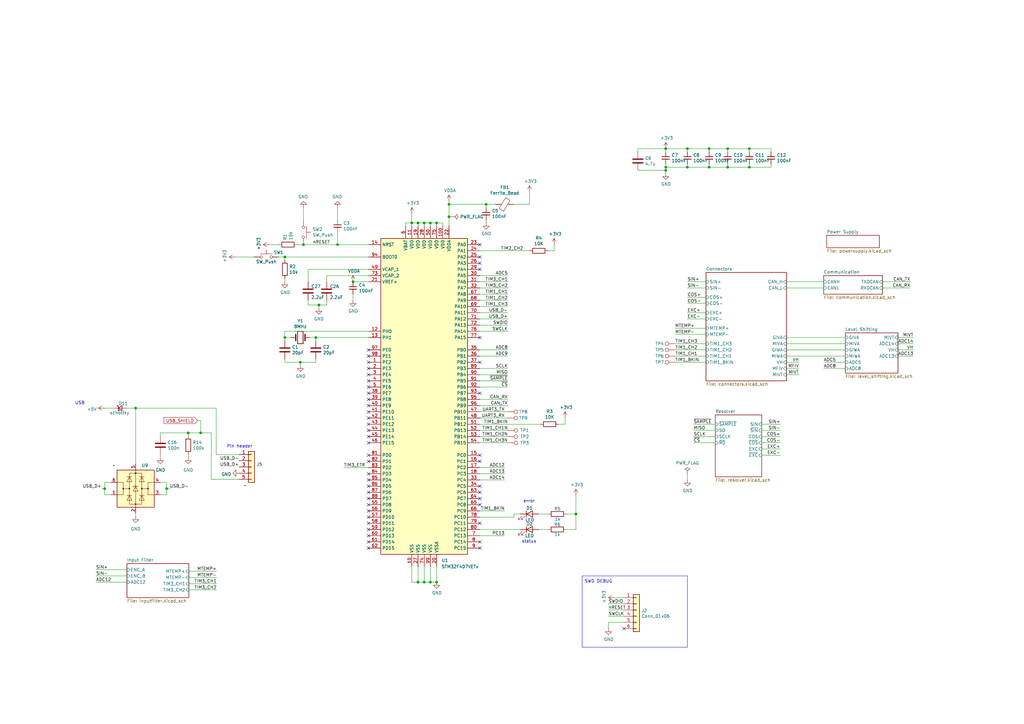
<source format=kicad_sch>
(kicad_sch (version 20221206) (generator eeschema)
  (paper "A3")
  (junction (at 129.54 138.43))
  (junction (at 273.05 69.85))
  (junction (at 176.53 91.44))
  (junction (at 281.94 60.96))
  (junction (at 290.83 68.58))
  (junction (at 173.99 91.44))
  (junction (at 168.91 91.44))
  (junction (at 281.94 68.58))
  (junction (at 298.45 68.58))
  (junction (at 171.45 91.44))
  (junction (at 290.83 60.96))
  (junction (at 42.926 200.406))
  (junction (at 82.296 177.546))
  (junction (at 176.53 238.76))
  (junction (at 199.39 83.82))
  (junction (at 55.626 167.386))
  (junction (at 307.34 68.58))
  (junction (at 307.34 60.96))
  (junction (at 116.84 138.43))
  (junction (at 298.45 60.96))
  (junction (at 273.05 60.96))
  (junction (at 68.326 200.406))
  (junction (at 77.216 177.546))
  (junction (at 179.07 91.44))
  (junction (at 273.05 68.58))
  (junction (at 171.45 238.76))
  (junction (at 124.46 100.33))
  (junction (at 123.19 148.59))
  (junction (at 179.07 238.76))
  (junction (at 184.15 83.82))
  (junction (at 144.78 115.57))
  (junction (at 173.99 238.76))
  (junction (at 184.15 88.9))
  (junction (at 138.43 100.33))
  (junction (at 116.84 105.41))
  (junction (at 236.22 210.82))
  (junction (at 130.81 125.095))
  (no_connect (at 151.13 224.79))
  (no_connect (at 151.13 158.75))
  (no_connect (at 196.85 204.47))
  (no_connect (at 196.85 214.63))
  (no_connect (at 151.13 153.67))
  (no_connect (at 196.85 186.69))
  (no_connect (at 196.85 100.33))
  (no_connect (at 151.13 148.59))
  (no_connect (at 196.85 148.59))
  (no_connect (at 151.13 168.91))
  (no_connect (at 151.13 143.51))
  (no_connect (at 151.13 156.21))
  (no_connect (at 196.85 201.93))
  (no_connect (at 151.13 219.71))
  (no_connect (at 151.13 171.45))
  (no_connect (at 151.13 209.55))
  (no_connect (at 196.85 161.29))
  (no_connect (at 196.85 107.95))
  (no_connect (at 151.13 196.85))
  (no_connect (at 151.13 166.37))
  (no_connect (at 151.13 151.13))
  (no_connect (at 151.13 201.93))
  (no_connect (at 151.13 212.09))
  (no_connect (at 151.13 222.25))
  (no_connect (at 151.13 194.31))
  (no_connect (at 255.905 257.81))
  (no_connect (at 151.13 173.99))
  (no_connect (at 151.13 199.39))
  (no_connect (at 151.13 214.63))
  (no_connect (at 151.13 204.47))
  (no_connect (at 196.85 189.23))
  (no_connect (at 196.85 105.41))
  (no_connect (at 196.85 138.43))
  (no_connect (at 196.85 224.79))
  (no_connect (at 196.85 199.39))
  (no_connect (at 151.13 146.05))
  (no_connect (at 151.13 179.07))
  (no_connect (at 151.13 161.29))
  (no_connect (at 151.13 176.53))
  (no_connect (at 151.13 189.23))
  (no_connect (at 151.13 186.69))
  (no_connect (at 151.13 163.83))
  (no_connect (at 196.85 222.25))
  (no_connect (at 151.13 217.17))
  (no_connect (at 196.85 207.01))
  (no_connect (at 196.85 110.49))
  (no_connect (at 151.13 207.01))
  (no_connect (at 151.13 181.61))
  (wire (pts (xy 86.614 177.546) (xy 82.296 177.546)))
  (wire (pts (xy 126.365 123.19) (xy 126.365 125.095)))
  (wire (pts (xy 368.3 140.97) (xy 374.65 140.97)))
  (wire (pts (xy 176.53 238.76) (xy 179.07 238.76)))
  (wire (pts (xy 281.94 67.31) (xy 281.94 68.58)))
  (wire (pts (xy 196.85 113.03) (xy 208.28 113.03)))
  (wire (pts (xy 217.17 78.74) (xy 217.17 83.82)))
  (wire (pts (xy 208.28 135.89) (xy 196.85 135.89)))
  (wire (pts (xy 290.83 67.31) (xy 290.83 68.58)))
  (wire (pts (xy 124.46 100.33) (xy 138.43 100.33)))
  (wire (pts (xy 374.65 143.51) (xy 368.3 143.51)))
  (wire (pts (xy 41.656 200.406) (xy 42.926 200.406)))
  (wire (pts (xy 273.05 60.96) (xy 261.62 60.96)))
  (wire (pts (xy 196.85 153.67) (xy 208.28 153.67)))
  (wire (pts (xy 144.78 120.65) (xy 144.78 123.19)))
  (wire (pts (xy 116.84 105.41) (xy 151.13 105.41)))
  (wire (pts (xy 68.326 200.406) (xy 69.596 200.406)))
  (wire (pts (xy 284.48 176.53) (xy 293.37 176.53)))
  (wire (pts (xy 88.9 234.315) (xy 77.47 234.315)))
  (wire (pts (xy 138.43 85.09) (xy 138.43 90.17)))
  (wire (pts (xy 86.614 196.596) (xy 98.044 196.596)))
  (wire (pts (xy 88.9 236.855) (xy 77.47 236.855)))
  (wire (pts (xy 123.19 148.59) (xy 129.54 148.59)))
  (wire (pts (xy 55.626 210.566) (xy 55.626 211.836)))
  (wire (pts (xy 281.94 62.23) (xy 281.94 60.96)))
  (wire (pts (xy 231.775 173.99) (xy 231.775 171.45)))
  (wire (pts (xy 281.94 118.11) (xy 289.56 118.11)))
  (wire (pts (xy 273.05 60.96) (xy 281.94 60.96)))
  (wire (pts (xy 208.28 168.91) (xy 196.85 168.91)))
  (wire (pts (xy 249.555 257.81) (xy 249.555 255.27)))
  (wire (pts (xy 168.91 238.76) (xy 171.45 238.76)))
  (wire (pts (xy 281.94 68.58) (xy 290.83 68.58)))
  (wire (pts (xy 289.56 148.59) (xy 276.86 148.59)))
  (wire (pts (xy 210.82 212.09) (xy 210.82 210.82)))
  (wire (pts (xy 176.53 91.44) (xy 179.07 91.44)))
  (wire (pts (xy 151.13 110.49) (xy 126.365 110.49)))
  (wire (pts (xy 98.044 186.436) (xy 88.646 186.436)))
  (wire (pts (xy 232.41 217.17) (xy 236.22 217.17)))
  (wire (pts (xy 208.28 181.61) (xy 196.85 181.61)))
  (wire (pts (xy 81.026 172.466) (xy 82.296 172.466)))
  (wire (pts (xy 316.23 67.31) (xy 316.23 68.58)))
  (wire (pts (xy 124.46 90.17) (xy 124.46 85.09)))
  (wire (pts (xy 65.786 186.436) (xy 65.786 187.706)))
  (wire (pts (xy 179.07 91.44) (xy 181.61 91.44)))
  (wire (pts (xy 199.39 85.09) (xy 199.39 83.82)))
  (wire (pts (xy 322.58 140.97) (xy 346.71 140.97)))
  (wire (pts (xy 176.53 232.41) (xy 176.53 238.76)))
  (wire (pts (xy 133.985 125.095) (xy 133.985 123.19)))
  (wire (pts (xy 126.365 110.49) (xy 126.365 115.57)))
  (wire (pts (xy 361.95 115.57) (xy 373.38 115.57)))
  (wire (pts (xy 232.41 210.82) (xy 236.22 210.82)))
  (wire (pts (xy 281.94 60.96) (xy 290.83 60.96)))
  (polyline (pts (xy 238.76 265.43) (xy 238.76 236.22)))
  (wire (pts (xy 307.34 68.58) (xy 316.23 68.58)))
  (wire (pts (xy 236.22 210.82) (xy 236.22 203.2)))
  (wire (pts (xy 52.07 233.68) (xy 39.37 233.68)))
  (wire (pts (xy 281.94 124.46) (xy 289.56 124.46)))
  (wire (pts (xy 55.626 190.246) (xy 55.626 167.386)))
  (wire (pts (xy 322.58 118.11) (xy 337.82 118.11)))
  (wire (pts (xy 276.86 146.05) (xy 289.56 146.05)))
  (wire (pts (xy 227.33 102.87) (xy 227.33 100.33)))
  (wire (pts (xy 337.82 115.57) (xy 322.58 115.57)))
  (wire (pts (xy 249.555 255.27) (xy 255.905 255.27)))
  (wire (pts (xy 196.85 191.77) (xy 207.01 191.77)))
  (wire (pts (xy 320.04 176.53) (xy 312.42 176.53)))
  (wire (pts (xy 307.34 62.23) (xy 307.34 60.96)))
  (wire (pts (xy 224.79 102.87) (xy 227.33 102.87)))
  (wire (pts (xy 203.2 83.82) (xy 199.39 83.82)))
  (wire (pts (xy 320.04 184.15) (xy 312.42 184.15)))
  (wire (pts (xy 179.07 92.71) (xy 179.07 91.44)))
  (wire (pts (xy 171.45 92.71) (xy 171.45 91.44)))
  (wire (pts (xy 171.45 238.76) (xy 173.99 238.76)))
  (wire (pts (xy 320.04 186.69) (xy 312.42 186.69)))
  (wire (pts (xy 196.85 123.19) (xy 208.28 123.19)))
  (wire (pts (xy 196.85 171.45) (xy 208.28 171.45)))
  (wire (pts (xy 298.45 60.96) (xy 307.34 60.96)))
  (wire (pts (xy 196.85 130.81) (xy 208.28 130.81)))
  (wire (pts (xy 88.9 241.935) (xy 77.47 241.935)))
  (wire (pts (xy 374.65 138.43) (xy 368.3 138.43)))
  (wire (pts (xy 208.28 179.07) (xy 196.85 179.07)))
  (wire (pts (xy 327.66 148.59) (xy 322.58 148.59)))
  (wire (pts (xy 185.42 88.9) (xy 184.15 88.9)))
  (wire (pts (xy 322.58 146.05) (xy 346.71 146.05)))
  (wire (pts (xy 110.49 100.33) (xy 114.3 100.33)))
  (wire (pts (xy 327.66 153.67) (xy 322.58 153.67)))
  (wire (pts (xy 68.326 197.866) (xy 68.326 200.406)))
  (wire (pts (xy 374.65 146.05) (xy 368.3 146.05)))
  (wire (pts (xy 346.71 138.43) (xy 322.58 138.43)))
  (wire (pts (xy 298.45 62.23) (xy 298.45 60.96)))
  (wire (pts (xy 284.48 181.61) (xy 293.37 181.61)))
  (wire (pts (xy 196.85 173.99) (xy 221.615 173.99)))
  (wire (pts (xy 229.235 173.99) (xy 231.775 173.99)))
  (wire (pts (xy 116.84 148.59) (xy 123.19 148.59)))
  (wire (pts (xy 255.905 250.19) (xy 249.555 250.19)))
  (wire (pts (xy 196.85 209.55) (xy 207.01 209.55)))
  (wire (pts (xy 327.66 151.13) (xy 322.58 151.13)))
  (polyline (pts (xy 281.94 236.22) (xy 281.94 265.43)))
  (wire (pts (xy 217.17 83.82) (xy 210.82 83.82)))
  (wire (pts (xy 320.04 173.99) (xy 312.42 173.99)))
  (wire (pts (xy 173.99 238.76) (xy 176.53 238.76)))
  (wire (pts (xy 210.82 210.82) (xy 213.36 210.82)))
  (wire (pts (xy 77.216 186.436) (xy 77.216 187.706)))
  (wire (pts (xy 284.48 173.99) (xy 293.37 173.99)))
  (wire (pts (xy 220.98 217.17) (xy 224.79 217.17)))
  (wire (pts (xy 337.82 151.13) (xy 346.71 151.13)))
  (wire (pts (xy 290.83 62.23) (xy 290.83 60.96)))
  (wire (pts (xy 196.85 156.21) (xy 208.28 156.21)))
  (wire (pts (xy 196.85 166.37) (xy 208.28 166.37)))
  (wire (pts (xy 168.91 87.63) (xy 168.91 91.44)))
  (wire (pts (xy 208.28 125.73) (xy 196.85 125.73)))
  (wire (pts (xy 181.61 91.44) (xy 181.61 92.71)))
  (wire (pts (xy 289.56 140.97) (xy 276.86 140.97)))
  (wire (pts (xy 116.84 105.41) (xy 116.84 106.68)))
  (wire (pts (xy 127 138.43) (xy 129.54 138.43)))
  (wire (pts (xy 126.365 125.095) (xy 130.81 125.095)))
  (wire (pts (xy 123.19 148.59) (xy 123.19 149.86)))
  (wire (pts (xy 273.05 62.23) (xy 273.05 60.96)))
  (wire (pts (xy 199.39 90.17) (xy 199.39 91.44)))
  (wire (pts (xy 179.07 238.76) (xy 179.07 232.41)))
  (wire (pts (xy 104.14 105.41) (xy 96.52 105.41)))
  (wire (pts (xy 346.71 148.59) (xy 337.82 148.59)))
  (wire (pts (xy 46.736 167.386) (xy 42.926 167.386)))
  (wire (pts (xy 307.34 67.31) (xy 307.34 68.58)))
  (wire (pts (xy 261.62 60.96) (xy 261.62 62.23)))
  (wire (pts (xy 207.01 196.85) (xy 196.85 196.85)))
  (wire (pts (xy 249.555 252.73) (xy 255.905 252.73)))
  (wire (pts (xy 316.23 62.23) (xy 316.23 60.96)))
  (wire (pts (xy 290.83 68.58) (xy 298.45 68.58)))
  (wire (pts (xy 168.91 232.41) (xy 168.91 238.76)))
  (wire (pts (xy 171.45 232.41) (xy 171.45 238.76)))
  (wire (pts (xy 168.91 91.44) (xy 171.45 91.44)))
  (wire (pts (xy 184.15 92.71) (xy 184.15 88.9)))
  (wire (pts (xy 52.07 238.76) (xy 39.37 238.76)))
  (wire (pts (xy 284.48 179.07) (xy 293.37 179.07)))
  (wire (pts (xy 173.99 91.44) (xy 176.53 91.44)))
  (wire (pts (xy 184.15 82.55) (xy 184.15 83.82)))
  (wire (pts (xy 42.926 202.946) (xy 45.466 202.946)))
  (polyline (pts (xy 281.94 265.43) (xy 238.76 265.43)))
  (wire (pts (xy 116.84 105.41) (xy 114.3 105.41)))
  (wire (pts (xy 196.85 102.87) (xy 217.17 102.87)))
  (wire (pts (xy 130.81 125.095) (xy 133.985 125.095)))
  (wire (pts (xy 116.84 135.89) (xy 116.84 138.43)))
  (wire (pts (xy 88.646 186.436) (xy 88.646 167.386)))
  (wire (pts (xy 196.85 217.17) (xy 213.36 217.17)))
  (wire (pts (xy 39.37 236.22) (xy 52.07 236.22)))
  (wire (pts (xy 151.13 115.57) (xy 144.78 115.57)))
  (wire (pts (xy 236.22 217.17) (xy 236.22 210.82)))
  (wire (pts (xy 208.28 146.05) (xy 196.85 146.05)))
  (wire (pts (xy 196.85 143.51) (xy 208.28 143.51)))
  (wire (pts (xy 199.39 83.82) (xy 184.15 83.82)))
  (wire (pts (xy 82.296 172.466) (xy 82.296 177.546)))
  (wire (pts (xy 129.54 138.43) (xy 151.13 138.43)))
  (wire (pts (xy 77.216 177.546) (xy 77.216 178.816)))
  (wire (pts (xy 129.54 138.43) (xy 129.54 139.7)))
  (wire (pts (xy 208.28 151.13) (xy 196.85 151.13)))
  (wire (pts (xy 130.81 126.365) (xy 130.81 125.095)))
  (wire (pts (xy 320.04 179.07) (xy 312.42 179.07)))
  (wire (pts (xy 42.926 200.406) (xy 42.926 202.946)))
  (wire (pts (xy 86.614 196.596) (xy 86.614 177.546)))
  (wire (pts (xy 208.28 128.27) (xy 196.85 128.27)))
  (wire (pts (xy 281.94 196.85) (xy 281.94 194.31)))
  (wire (pts (xy 220.98 210.82) (xy 224.79 210.82)))
  (wire (pts (xy 273.05 67.31) (xy 273.05 68.58)))
  (wire (pts (xy 208.28 115.57) (xy 196.85 115.57)))
  (wire (pts (xy 208.28 176.53) (xy 196.85 176.53)))
  (wire (pts (xy 307.34 60.96) (xy 316.23 60.96)))
  (wire (pts (xy 290.83 60.96) (xy 298.45 60.96)))
  (wire (pts (xy 65.786 197.866) (xy 68.326 197.866)))
  (wire (pts (xy 173.99 232.41) (xy 173.99 238.76)))
  (wire (pts (xy 320.04 181.61) (xy 312.42 181.61)))
  (wire (pts (xy 42.926 197.866) (xy 42.926 200.406)))
  (wire (pts (xy 121.92 100.33) (xy 124.46 100.33)))
  (wire (pts (xy 281.94 115.57) (xy 289.56 115.57)))
  (wire (pts (xy 208.28 158.75) (xy 196.85 158.75)))
  (wire (pts (xy 273.05 69.85) (xy 273.05 68.58)))
  (wire (pts (xy 276.86 137.16) (xy 289.56 137.16)))
  (wire (pts (xy 171.45 91.44) (xy 173.99 91.44)))
  (wire (pts (xy 151.13 191.77) (xy 140.97 191.77)))
  (wire (pts (xy 68.326 200.406) (xy 68.326 202.946)))
  (wire (pts (xy 129.54 148.59) (xy 129.54 147.32)))
  (wire (pts (xy 42.926 197.866) (xy 45.466 197.866)))
  (wire (pts (xy 166.37 92.71) (xy 166.37 91.44)))
  (wire (pts (xy 173.99 92.71) (xy 173.99 91.44)))
  (wire (pts (xy 119.38 138.43) (xy 116.84 138.43)))
  (wire (pts (xy 196.85 118.11) (xy 208.28 118.11)))
  (polyline (pts (xy 238.76 236.22) (xy 281.94 236.22)))
  (wire (pts (xy 176.53 92.71) (xy 176.53 91.44)))
  (wire (pts (xy 133.985 113.03) (xy 151.13 113.03)))
  (wire (pts (xy 65.786 202.946) (xy 68.326 202.946)))
  (wire (pts (xy 196.85 212.09) (xy 210.82 212.09)))
  (wire (pts (xy 55.626 167.386) (xy 51.816 167.386)))
  (wire (pts (xy 151.13 135.89) (xy 116.84 135.89)))
  (wire (pts (xy 373.38 118.11) (xy 361.95 118.11)))
  (wire (pts (xy 273.05 71.12) (xy 273.05 69.85)))
  (wire (pts (xy 346.71 143.51) (xy 322.58 143.51)))
  (wire (pts (xy 298.45 68.58) (xy 307.34 68.58)))
  (wire (pts (xy 281.94 121.92) (xy 289.56 121.92)))
  (wire (pts (xy 116.84 114.3) (xy 116.84 115.57)))
  (wire (pts (xy 273.05 69.85) (xy 261.62 69.85)))
  (wire (pts (xy 196.85 219.71) (xy 207.01 219.71)))
  (wire (pts (xy 208.28 163.83) (xy 196.85 163.83)))
  (wire (pts (xy 77.216 177.546) (xy 82.296 177.546)))
  (wire (pts (xy 65.786 177.546) (xy 65.786 178.816)))
  (wire (pts (xy 138.43 95.25) (xy 138.43 100.33)))
  (wire (pts (xy 208.28 133.35) (xy 196.85 133.35)))
  (wire (pts (xy 133.985 115.57) (xy 133.985 113.03)))
  (wire (pts (xy 184.15 83.82) (xy 184.15 88.9)))
  (wire (pts (xy 138.43 100.33) (xy 151.13 100.33)))
  (wire (pts (xy 276.86 134.62) (xy 289.56 134.62)))
  (wire (pts (xy 298.45 67.31) (xy 298.45 68.58)))
  (wire (pts (xy 166.37 91.44) (xy 168.91 91.44)))
  (wire (pts (xy 281.94 130.81) (xy 289.56 130.81)))
  (wire (pts (xy 88.9 239.395) (xy 77.47 239.395)))
  (wire (pts (xy 168.91 91.44) (xy 168.91 92.71)))
  (wire (pts (xy 116.84 138.43) (xy 116.84 139.7)))
  (wire (pts (xy 255.905 245.11) (xy 252.095 245.11)))
  (wire (pts (xy 116.84 147.32) (xy 116.84 148.59)))
  (wire (pts (xy 88.646 167.386) (xy 55.626 167.386)))
  (wire (pts (xy 249.555 247.65) (xy 255.905 247.65)))
  (wire (pts (xy 65.786 177.546) (xy 77.216 177.546)))
  (wire (pts (xy 273.05 68.58) (xy 281.94 68.58)))
  (wire (pts (xy 276.86 143.51) (xy 289.56 143.51)))
  (wire (pts (xy 208.28 120.65) (xy 196.85 120.65)))
  (wire (pts (xy 207.01 194.31) (xy 196.85 194.31)))
  (wire (pts (xy 281.94 128.27) (xy 289.56 128.27)))
  (text "USB" (at 30.734 166.116 0) (effects (font (size 1.27 1.27)) (justify left bottom)))
  (text "status" (at 213.995 222.885 0) (effects (font (size 1.27 1.27)) (justify left bottom)))
  (text "SWD DEBUG" (at 239.776 239.268 0) (effects (font (size 1.27 1.27)) (justify left bottom)))
  (text "Pin header" (at 92.964 183.896 0) (effects (font (size 1.27 1.27)) (justify left bottom)))
  (text "error" (at 214.63 206.375 0) (effects (font (size 1.27 1.27)) (justify left bottom)))
  (label "ADC12" (at 39.37 238.76 0))
  (label "TIM3_CH2" (at 88.9 241.935 180))
  (label "ADC5" (at 337.82 148.59 0))
  (label "SCLK" (at 208.28 151.13 180))
  (label "ADC9" (at 208.28 146.05 180))
  (label "ADC14" (at 207.01 196.85 180))
  (label "ADC8" (at 208.28 143.51 180))
  (label "TIM3_CH1" (at 208.28 115.57 180))
  (label "SWCLK" (at 208.28 135.89 180))
  (label "~{CS}" (at 208.28 158.75 180))
  (label "TIM3_ETR" (at 140.97 191.77 0))
  (label "EXC-" (at 281.94 130.81 0))
  (label "TIM3_CH2" (at 208.28 118.11 180))
  (label "SWDIO" (at 208.28 133.35 180))
  (label "SCLK" (at 284.48 179.07 0))
  (label "USB_D-" (at 208.28 128.27 180))
  (label "~{CS}" (at 284.48 181.61 0))
  (label "MTEMP+" (at 276.86 134.62 0))
  (label "COS-" (at 281.94 124.46 0))
  (label "TIM2_CH2" (at 214.63 102.87 180))
  (label "ADC13" (at 207.01 194.31 180))
  (label "ADC14" (at 374.65 140.97 180))
  (label "TIM1_CH2N" (at 208.28 179.07 180))
  (label "CAN_TX" (at 208.28 166.37 180))
  (label "nRESET" (at 249.555 250.19 0))
  (label "~{SAMPLE}" (at 208.28 156.21 180))
  (label "MIVT" (at 327.66 153.67 180))
  (label "MTEMP+" (at 88.9 234.315 180))
  (label "~{SAMPLE}" (at 284.48 173.99 0))
  (label "EXC+" (at 320.04 184.15 180))
  (label "CAN_TX" (at 373.38 115.57 180))
  (label "SIN-" (at 281.94 118.11 0))
  (label "SIN+" (at 281.94 115.57 0))
  (label "EXC+" (at 281.94 128.27 0))
  (label "TIM1_BKIN" (at 207.01 209.55 180))
  (label "ADC8" (at 337.82 151.13 0))
  (label "USB_D-" (at 98.044 188.976 180))
  (label "TIM1_BKIN" (at 208.28 173.99 180))
  (label "TIM1_CH3N" (at 208.28 181.61 180))
  (label "TIM1_BKIN" (at 276.86 148.59 0))
  (label "USB_D+" (at 98.044 191.516 180))
  (label "VH" (at 327.66 148.59 180))
  (label "nRESET" (at 128.27 100.33 0))
  (label "TIM1_CH1" (at 208.28 120.65 180))
  (label "TIM3_CH1" (at 88.9 239.395 180))
  (label "TIM1_CH2" (at 276.86 143.51 0))
  (label "COS-" (at 320.04 181.61 180))
  (label "SIN+" (at 320.04 173.99 180))
  (label "TIM1_CH2" (at 208.28 123.19 180))
  (label "TIM1_CH1" (at 276.86 146.05 0))
  (label "MTEMP-" (at 88.9 236.855 180))
  (label "SIN+" (at 39.37 233.68 0))
  (label "TIM1_CH3" (at 208.28 125.73 180))
  (label "VH" (at 374.65 143.51 180))
  (label "EXC-" (at 320.04 186.69 180))
  (label "CAN_RX" (at 373.38 118.11 180))
  (label "MFIV" (at 327.66 151.13 180))
  (label "TIM1_CH1N" (at 208.28 176.53 180))
  (label "UART3_RX" (at 207.01 171.45 180))
  (label "CAN_RX" (at 208.28 163.83 180))
  (label "ADC13" (at 374.65 146.05 180))
  (label "UART3_TX" (at 207.01 168.91 180))
  (label "USB_D+" (at 208.28 130.81 180))
  (label "PC13" (at 207.01 219.71 180))
  (label "SWCLK" (at 249.555 252.73 0))
  (label "TIM1_CH3" (at 276.86 140.97 0))
  (label "COS+" (at 281.94 121.92 0))
  (label "SWDIO" (at 249.555 247.65 0))
  (label "SIN-" (at 39.37 236.22 0))
  (label "MTEMP-" (at 276.86 137.16 0))
  (label "COS+" (at 320.04 179.07 180))
  (label "MIVT" (at 374.65 138.43 180))
  (label "ADC12" (at 207.01 191.77 180))
  (label "USB_D-" (at 69.596 200.406 0))
  (label "USB_D+" (at 41.656 200.406 180))
  (label "ADC5" (at 208.28 113.03 180))
  (label "SIN-" (at 320.04 176.53 180))
  (label "MISO" (at 284.48 176.53 0))
  (label "MISO" (at 208.28 153.67 180))
  (global_label "USB_SHIELD" (shape input) (at 81.026 172.466 180) (property "Intersheetrefs" "${INTERSHEET_REFS}" (effects hide)))
  (symbol (lib_id "prius_gen2-rescue:LED-Device-prius_gen2-rescue") (at 217.17 217.17 0) (unit 1)
    (property "Reference" "D2" (at 217.17 214.884 0))
    (property "Value" "LED" (at 217.17 219.71 0))
    (property "Footprint" "LED_SMD:LED_0603_1608Metric_Castellated" (effects hide))
  )
  (symbol (lib_id "Device:R") (at 228.6 217.17 270) (unit 1)
    (property "Reference" "R6" (at 228.6 215.138 90))
    (property "Value" "1k" (at 228.6 219.202 90))
    (property "Footprint" "Resistor_SMD:R_0603_1608Metric" (effects hide))
  )
  (symbol (lib_id "prius_gen2-rescue:+3V3-power-prius_gen2-rescue") (at 236.22 203.2 0) (unit 1)
    (property "Reference" "#PWR016" (effects hide))
    (property "Value" "+3V3" (at 236.601 198.8058 0))
  )
  (symbol (lib_id "Device:Crystal") (at 123.19 138.43 0) (unit 1)
    (property "Reference" "Y1" (at 123.19 131.6228 0))
    (property "Value" "8MHz" (at 123.19 133.9342 0))
    (property "Footprint" "Crystal:Crystal_SMD_5032-2Pin_5.0x3.2mm" (effects hide))
    (property "LCSC" "C115962" (effects hide))
  )
  (symbol (lib_id "Device:C") (at 116.84 143.51 180) (unit 1)
    (property "Reference" "C1" (at 119.761 142.3416 0) (effects (justify right)))
    (property "Value" "20pF" (at 119.761 144.653 0) (effects (justify right)))
    (property "Footprint" "Capacitor_SMD:C_0603_1608Metric" (effects hide))
    (property "LCSC" "C105621" (effects hide))
    (property "mpn" "CC0603JRNPO9BN200" (effects hide))
  )
  (symbol (lib_id "prius_gen2-rescue:GND-power-prius_gen2-rescue") (at 123.19 149.86 0) (unit 1)
    (property "Reference" "#PWR03" (effects hide))
    (property "Value" "GND" (at 123.317 154.2542 0))
  )
  (symbol (lib_id "prius_gen2-rescue:+3V3-power-prius_gen2-rescue") (at 217.17 78.74 0) (unit 1)
    (property "Reference" "#PWR013" (effects hide))
    (property "Value" "+3V3" (at 217.551 74.3458 0))
  )
  (symbol (lib_id "prius_gen2-rescue:Conn_01x06-Connector_Generic-prius_gen2-rescue") (at 260.985 250.19 0) (unit 1)
    (property "Reference" "J2" (at 263.017 250.3932 0) (effects (justify left)))
    (property "Value" "Conn_01x06" (at 263.017 252.7046 0) (effects (justify left)))
    (property "Footprint" "Connector:Tag-Connect_TC2030-IDC-NL_2x03_P1.27mm_Vertical" (effects hide))
  )
  (symbol (lib_id "prius_gen2-rescue:+3V3-power-prius_gen2-rescue") (at 252.095 245.11 90) (unit 1)
    (property "Reference" "#PWR023" (effects hide))
    (property "Value" "+3V3" (at 247.7008 244.729 0))
  )
  (symbol (lib_id "prius_gen2-rescue:GND-power-prius_gen2-rescue") (at 249.555 257.81 0) (unit 1)
    (property "Reference" "#PWR020" (effects hide))
    (property "Value" "GND" (at 249.682 262.2042 0))
  )
  (symbol (lib_id "Device:R") (at 225.425 173.99 270) (unit 1)
    (property "Reference" "R3" (at 225.425 168.7322 90))
    (property "Value" "10K" (at 225.425 171.0436 90))
    (property "Footprint" "Resistor_SMD:R_0603_1608Metric" (effects hide))
    (property "LCSC" "C25804" (effects hide))
  )
  (symbol (lib_id "prius_gen2-rescue:+3V3-power-prius_gen2-rescue") (at 231.775 171.45 0) (unit 1)
    (property "Reference" "#PWR014" (effects hide))
    (property "Value" "+3V3" (at 232.156 167.0558 0))
  )
  (symbol (lib_id "Device:C") (at 261.62 66.04 0) (unit 1)
    (property "Reference" "C6" (at 264.541 64.8716 0) (effects (justify left)))
    (property "Value" "4.7u" (at 264.541 67.183 0) (effects (justify left)))
    (property "Footprint" "Capacitor_SMD:C_0603_1608Metric" (effects hide))
  )
  (symbol (lib_id "prius_gen2-rescue:Ferrite_Bead-Device-prius_gen2-rescue") (at 207.01 83.82 90) (unit 1)
    (property "Reference" "FB1" (at 207.01 76.8604 90))
    (property "Value" "Ferrite_Bead" (at 207.01 79.1718 90))
    (property "Footprint" "Capacitor_SMD:C_0805_2012Metric" (effects hide))
  )
  (symbol (lib_id "prius_gen2-rescue:LED-Device-prius_gen2-rescue") (at 217.17 210.82 0) (unit 1)
    (property "Reference" "D1" (at 217.17 208.407 0))
    (property "Value" "LED" (at 217.297 213.233 0))
    (property "Footprint" "LED_SMD:LED_0603_1608Metric_Castellated" (effects hide))
  )
  (symbol (lib_id "Device:R") (at 228.6 210.82 270) (unit 1)
    (property "Reference" "R5" (at 228.6 208.661 90))
    (property "Value" "1k" (at 228.727 212.979 90))
    (property "Footprint" "Resistor_SMD:R_0603_1608Metric" (effects hide))
  )
  (symbol (lib_id "Device:C") (at 129.54 143.51 180) (unit 1)
    (property "Reference" "C2" (at 132.461 142.3416 0) (effects (justify right)))
    (property "Value" "20pF" (at 132.461 144.653 0) (effects (justify right)))
    (property "Footprint" "Capacitor_SMD:C_0603_1608Metric" (effects hide))
    (property "LCSC" "C105621" (effects hide))
    (property "mpn" "CC0603JRNPO9BN200" (effects hide))
  )
  (symbol (lib_id "Device:R") (at 220.98 102.87 270) (unit 1)
    (property "Reference" "R4" (at 220.98 97.6122 90))
    (property "Value" "10K" (at 220.98 99.9236 90))
    (property "Footprint" "Resistor_SMD:R_0603_1608Metric" (effects hide))
    (property "LCSC" "C25804" (effects hide))
  )
  (symbol (lib_id "prius_gen2-rescue:+3V3-power-prius_gen2-rescue") (at 227.33 100.33 0) (unit 1)
    (property "Reference" "#PWR015" (effects hide))
    (property "Value" "+3V3" (at 227.711 95.9358 0))
  )
  (symbol (lib_id "prius_gen2-rescue:+3V3-power-prius_gen2-rescue") (at 168.91 87.63 0) (unit 1)
    (property "Reference" "#PWR09" (effects hide))
    (property "Value" "+3V3" (at 169.291 83.2358 0))
  )
  (symbol (lib_id "prius_gen2-rescue:C_Small-Device-prius_gen2-rescue") (at 273.05 64.77 0) (unit 1)
    (property "Reference" "C7" (at 275.3868 63.6016 0) (effects (justify left)))
    (property "Value" "100nF" (at 275.3868 65.913 0) (effects (justify left)))
    (property "Footprint" "Capacitor_SMD:C_0603_1608Metric" (effects hide))
  )
  (symbol (lib_id "prius_gen2-rescue:C_Small-Device-prius_gen2-rescue") (at 281.94 64.77 0) (unit 1)
    (property "Reference" "C8" (at 284.2768 63.6016 0) (effects (justify left)))
    (property "Value" "100nF" (at 284.2768 65.913 0) (effects (justify left)))
    (property "Footprint" "Capacitor_SMD:C_0603_1608Metric" (effects hide))
  )
  (symbol (lib_id "prius_gen2-rescue:C_Small-Device-prius_gen2-rescue") (at 290.83 64.77 0) (unit 1)
    (property "Reference" "C9" (at 293.1668 63.6016 0) (effects (justify left)))
    (property "Value" "100nF" (at 293.1668 65.913 0) (effects (justify left)))
    (property "Footprint" "Capacitor_SMD:C_0603_1608Metric" (effects hide))
  )
  (symbol (lib_id "prius_gen2-rescue:C_Small-Device-prius_gen2-rescue") (at 298.45 64.77 0) (unit 1)
    (property "Reference" "C10" (at 300.7868 63.6016 0) (effects (justify left)))
    (property "Value" "100nF" (at 300.7868 65.913 0) (effects (justify left)))
    (property "Footprint" "Capacitor_SMD:C_0603_1608Metric" (effects hide))
  )
  (symbol (lib_id "prius_gen2-rescue:C_Small-Device-prius_gen2-rescue") (at 307.34 64.77 0) (unit 1)
    (property "Reference" "C11" (at 309.6768 63.6016 0) (effects (justify left)))
    (property "Value" "100nF" (at 309.6768 65.913 0) (effects (justify left)))
    (property "Footprint" "Capacitor_SMD:C_0603_1608Metric" (effects hide))
  )
  (symbol (lib_id "prius_gen2-rescue:C_Small-Device-prius_gen2-rescue") (at 316.23 64.77 0) (unit 1)
    (property "Reference" "C12" (at 318.5668 63.6016 0) (effects (justify left)))
    (property "Value" "100nF" (at 318.5668 65.913 0) (effects (justify left)))
    (property "Footprint" "Capacitor_SMD:C_0603_1608Metric" (effects hide))
  )
  (symbol (lib_id "prius_gen2-rescue:C_Small-Device-prius_gen2-rescue") (at 199.39 87.63 0) (unit 1)
    (property "Reference" "C5" (at 201.7268 86.4616 0) (effects (justify left)))
    (property "Value" "100nF" (at 201.7268 88.773 0) (effects (justify left)))
    (property "Footprint" "Capacitor_SMD:C_0603_1608Metric" (effects hide))
  )
  (symbol (lib_id "prius_gen2-rescue:+3V3-power-prius_gen2-rescue") (at 273.05 60.96 0) (unit 1)
    (property "Reference" "#PWR017" (effects hide))
    (property "Value" "+3V3" (at 273.431 56.5658 0))
  )
  (symbol (lib_id "prius_gen2-rescue:GND-power-prius_gen2-rescue") (at 273.05 71.12 0) (unit 1)
    (property "Reference" "#PWR018" (effects hide))
    (property "Value" "GND" (at 273.177 75.5142 0))
  )
  (symbol (lib_id "prius_gen2-rescue:C_Small-Device-prius_gen2-rescue") (at 138.43 92.71 0) (unit 1)
    (property "Reference" "C3" (at 140.7668 91.5416 0) (effects (justify left)))
    (property "Value" "100nF" (at 140.7668 93.853 0) (effects (justify left)))
    (property "Footprint" "Capacitor_SMD:C_0603_1608Metric" (effects hide))
  )
  (symbol (lib_id "prius_gen2-rescue:GND-power-prius_gen2-rescue") (at 199.39 91.44 0) (unit 1)
    (property "Reference" "#PWR012" (effects hide))
    (property "Value" "GND" (at 199.517 95.8342 0))
  )
  (symbol (lib_id "prius_gen2-rescue:GND-power-prius_gen2-rescue") (at 144.78 123.19 0) (unit 1)
    (property "Reference" "#PWR08" (effects hide))
    (property "Value" "GND" (at 144.907 127.5842 0))
  )
  (symbol (lib_id "prius_gen2-rescue:C_Small-Device-prius_gen2-rescue") (at 144.78 118.11 0) (unit 1)
    (property "Reference" "C4" (at 147.1168 116.9416 0) (effects (justify left)))
    (property "Value" "100nF" (at 147.1168 119.253 0) (effects (justify left)))
    (property "Footprint" "Capacitor_SMD:C_0603_1608Metric" (effects hide))
  )
  (symbol (lib_id "prius_gen2-rescue:VDDA-power-prius_gen2-rescue") (at 184.15 82.55 0) (unit 1)
    (property "Reference" "#PWR011" (effects hide))
    (property "Value" "VDDA" (at 184.531 78.1558 0))
  )
  (symbol (lib_id "prius_gen2-rescue:VDDA-power-prius_gen2-rescue") (at 144.78 115.57 0) (unit 1)
    (property "Reference" "#PWR07" (effects hide))
    (property "Value" "VDDA" (at 145.161 111.1758 0))
  )
  (symbol (lib_id "Device:R") (at 118.11 100.33 90) (unit 1)
    (property "Reference" "R1" (at 116.9416 98.552 0) (effects (justify left)))
    (property "Value" "10k" (at 119.253 98.552 0) (effects (justify left)))
    (property "Footprint" "Resistor_SMD:R_0603_1608Metric" (effects hide))
    (property "LCSC" "C25804" (effects hide))
  )
  (symbol (lib_id "prius_gen2-rescue:+3V3-power-prius_gen2-rescue") (at 110.49 100.33 90) (unit 1)
    (property "Reference" "#PWR01" (effects hide))
    (property "Value" "+3V3" (at 106.0958 99.949 0))
  )
  (symbol (lib_id "prius_gen2-rescue:GND-power-prius_gen2-rescue") (at 138.43 85.09 180) (unit 1)
    (property "Reference" "#PWR06" (effects hide))
    (property "Value" "GND" (at 138.303 80.6958 0))
  )
  (symbol (lib_id "prius_gen2-rescue:SW_Push-Switch-prius_gen2-rescue") (at 124.46 95.25 270) (unit 1)
    (property "Reference" "SW2" (at 128.2192 94.0816 90) (effects (justify left)))
    (property "Value" "SW_Push" (at 128.2192 96.393 90) (effects (justify left)))
    (property "Footprint" "Button_Switch_SMD:SW_SPST_EVQQ2" (effects hide))
  )
  (symbol (lib_id "prius_gen2-rescue:GND-power-prius_gen2-rescue") (at 124.46 85.09 180) (unit 1)
    (property "Reference" "#PWR04" (effects hide))
    (property "Value" "GND" (at 124.333 80.6958 0))
  )
  (symbol (lib_id "Device:R") (at 116.84 110.49 0) (unit 1)
    (property "Reference" "R2" (at 118.618 109.3216 0) (effects (justify left)))
    (property "Value" "10k" (at 118.618 111.633 0) (effects (justify left)))
    (property "Footprint" "Resistor_SMD:R_0603_1608Metric" (effects hide))
    (property "LCSC" "C25804" (effects hide))
  )
  (symbol (lib_id "prius_gen2-rescue:GND-power-prius_gen2-rescue") (at 116.84 115.57 0) (unit 1)
    (property "Reference" "#PWR05" (effects hide))
    (property "Value" "GND" (at 116.967 119.9642 0))
  )
  (symbol (lib_id "prius_gen2-rescue:SW_Push-Switch-prius_gen2-rescue") (at 109.22 105.41 0) (unit 1)
    (property "Reference" "SW1" (at 114.3 103.505 0))
    (property "Value" "SW_Push" (at 109.22 107.315 0))
    (property "Footprint" "Button_Switch_SMD:SW_SPST_EVQQ2" (effects hide))
  )
  (symbol (lib_id "prius_gen2-rescue:+3V3-power-prius_gen2-rescue") (at 96.52 105.41 90) (unit 1)
    (property "Reference" "#PWR02" (effects hide))
    (property "Value" "+3V3" (at 92.1258 105.029 0))
  )
  (symbol (lib_id "prius_gen2-rescue:GND-power-prius_gen2-rescue") (at 179.07 238.76 0) (unit 1)
    (property "Reference" "#PWR010" (effects hide))
    (property "Value" "GND" (at 179.197 243.1542 0))
  )
  (symbol (lib_id "prius_gen2-rescue:PWR_FLAG-power-prius_gen2-rescue") (at 281.94 194.31 0) (unit 1)
    (property "Reference" "#FLG02" (effects hide))
    (property "Value" "PWR_FLAG" (at 281.94 189.9158 0))
  )
  (symbol (lib_id "prius_gen2-rescue:GND-power-prius_gen2-rescue") (at 281.94 196.85 0) (unit 1)
    (property "Reference" "#PWR019" (effects hide))
    (property "Value" "GND" (at 282.067 201.2442 0))
  )
  (symbol (lib_id "prius_gen2-rescue:PWR_FLAG-power-prius_gen2-rescue") (at 185.42 88.9 270) (unit 1)
    (property "Reference" "#FLG01" (effects hide))
    (property "Value" "PWR_FLAG" (at 188.6712 88.9 90) (effects (justify left)))
  )
  (symbol (lib_id "power:+5V") (at 42.926 167.386 90) (unit 1)
    (property "Reference" "#PWR030" (effects hide))
    (property "Value" "+5V" (at 39.7511 167.8198 90) (effects (justify left)))
  )
  (symbol (lib_id "power:GND") (at 55.626 211.836 0) (unit 1)
    (property "Reference" "#PWR031" (effects hide))
    (property "Value" "GND" (at 55.626 216.916 0))
  )
  (symbol (lib_id "Power_Protection:USBLC6-2SC6") (at 55.626 200.406 0) (unit 1)
    (property "Reference" "U9" (at 59.436 190.881 0))
    (property "Value" "~" (at 46.736 190.881 0))
    (property "Footprint" "Package_TO_SOT_SMD:SOT-23-6" (effects hide))
    (property "Datasheet" "https://www.st.com/resource/en/datasheet/usblc6-2.pdf" (effects hide))
    (property "PN" "USBLC6-2" (effects hide))
    (property "LCSC" "C7519" (effects hide))
    (property "LCSC_ext" "1" (effects hide))
    (property "possible_not_ext" "1" (effects hide))
  )
  (symbol (lib_id "Device:C") (at 126.365 119.38 0) (unit 1)
    (property "Reference" "C27" (at 127.635 117.475 0) (effects (justify left)))
    (property "Value" "2.2uF" (at 127.635 121.92 0) (effects (justify left)))
    (property "Footprint" "Capacitor_SMD:C_0603_1608Metric" (effects hide))
    (property "LCSC" "C23630" (effects hide))
  )
  (symbol (lib_id "Device:C") (at 65.786 182.626 0) (unit 1)
    (property "Reference" "C16" (at 68.707 181.4576 0) (effects (justify left)))
    (property "Value" "100n" (at 68.707 183.769 0) (effects (justify left)))
    (property "Footprint" "Capacitor_SMD:C_0603_1608Metric" (effects hide))
    (property "LCSC" "C14663" (effects hide))
    (property "LCSC_ext" "0" (effects hide))
  )
  (symbol (lib_id "power:GND") (at 65.786 187.706 0) (unit 1)
    (property "Reference" "#PWR082" (effects hide))
    (property "Value" "GND" (at 65.786 192.786 0))
  )
  (symbol (lib_id "Connector:TestPoint") (at 276.86 148.59 90) (unit 1)
    (property "Reference" "TP7" (at 270.51 148.59 90))
    (property "Value" "TestPoint" (effects hide))
    (property "Footprint" "TestPoint:TestPoint_Keystone_5000-5004_Miniature" (effects hide))
    (property "LCSC" "C238124" (effects hide))
  )
  (symbol (lib_id "Connector:TestPoint") (at 208.28 176.53 270) (unit 1)
    (property "Reference" "TP1" (at 213.36 176.5299 90) (effects (justify left)))
    (property "Value" "TestPoint" (effects hide))
    (property "Footprint" "TestPoint:TestPoint_Keystone_5000-5004_Miniature" (effects hide))
    (property "LCSC" "C238124" (effects hide))
  )
  (symbol (lib_id "Connector:TestPoint") (at 276.86 143.51 90) (unit 1)
    (property "Reference" "TP5" (at 270.51 143.51 90))
    (property "Value" "TestPoint" (effects hide))
    (property "Footprint" "TestPoint:TestPoint_Keystone_5000-5004_Miniature" (effects hide))
    (property "LCSC" "C238124" (effects hide))
  )
  (symbol (lib_id "Connector_Generic:Conn_01x05") (at 103.124 191.516 0) (unit 1)
    (property "Reference" "J5" (at 105.156 190.4492 0) (effects (justify left)))
    (property "Value" "~" (at 99.949 199.136 0) (effects (justify left)))
    (property "Footprint" "Connector_PinSocket_2.54mm:PinSocket_1x05_P2.54mm_Vertical" (effects hide))
    (property "PN" "UB-20PMFP-LC7002" (effects hide))
    (property "LCSC" "N/A" (effects hide))
  )
  (symbol (lib_id "power:GND") (at 77.216 187.706 0) (unit 1)
    (property "Reference" "#PWR083" (effects hide))
    (property "Value" "GND" (at 77.216 192.786 0))
  )
  (symbol (lib_id "Connector:TestPoint") (at 208.28 168.91 270) (unit 1)
    (property "Reference" "TP8" (at 214.63 168.91 90))
    (property "Value" "TestPoint" (effects hide))
    (property "Footprint" "TestPoint:TestPoint_Keystone_5000-5004_Miniature" (effects hide))
    (property "LCSC" "C238124" (effects hide))
  )
  (symbol (lib_id "power:GND") (at 98.044 194.056 270) (unit 1)
    (property "Reference" "#PWR084" (effects hide))
    (property "Value" "GND" (at 94.8691 194.4898 90) (effects (justify right)))
  )
  (symbol (lib_id "Device:D_Schottky_Small") (at 49.276 167.386 0) (unit 1)
    (property "Reference" "D11" (at 52.451 165.481 0) (effects (justify right)))
    (property "Value" "schottky" (at 53.086 169.291 0) (effects (justify right)))
    (property "Footprint" "Diode_SMD:D_SOD-123" (effects hide))
    (property "LCSC" "C8598" (effects hide))
    (property "LCSC_ext" "0" (effects hide))
  )
  (symbol (lib_id "MCU_ST_STM32F4:STM32F407VETx") (at 173.99 161.29 0) (unit 1)
    (property "Reference" "U1" (at 181.0894 229.87 0) (effects (justify left)))
    (property "Value" "STM32F407VETx" (at 181.0894 232.41 0) (effects (justify left)))
    (property "Footprint" "Package_QFP:LQFP-100_14x14mm_P0.5mm" (effects hide))
    (property "Datasheet" "http://www.st.com/st-web-ui/static/active/en/resource/technical/document/datasheet/DM00037051.pdf" (effects hide))
  )
  (symbol (lib_id "Device:R") (at 77.216 182.626 0) (unit 1)
    (property "Reference" "R14" (at 78.994 181.4576 0) (effects (justify left)))
    (property "Value" "100k" (at 78.994 183.769 0) (effects (justify left)))
    (property "Footprint" "Resistor_SMD:R_0402_1005Metric" (effects hide))
    (property "LCSC" "C25741" (effects hide))
    (property "LCSC_ext" "0" (effects hide))
  )
  (symbol (lib_id "Connector:TestPoint") (at 276.86 146.05 90) (unit 1)
    (property "Reference" "TP6" (at 270.51 146.05 90))
    (property "Value" "TestPoint" (effects hide))
    (property "Footprint" "TestPoint:TestPoint_Keystone_5000-5004_Miniature" (effects hide))
    (property "LCSC" "C238124" (effects hide))
  )
  (symbol (lib_id "Connector:TestPoint") (at 208.28 171.45 270) (unit 1)
    (property "Reference" "TP9" (at 214.63 171.45 90))
    (property "Value" "TestPoint" (effects hide))
    (property "Footprint" "TestPoint:TestPoint_Keystone_5000-5004_Miniature" (effects hide))
    (property "LCSC" "C238124" (effects hide))
  )
  (symbol (lib_id "Device:C") (at 133.985 119.38 0) (unit 1)
    (property "Reference" "C26" (at 135.255 117.475 0) (effects (justify left)))
    (property "Value" "2.2uF" (at 135.255 121.92 0) (effects (justify left)))
    (property "Footprint" "Capacitor_SMD:C_0603_1608Metric" (effects hide))
    (property "LCSC" "C23630" (effects hide))
  )
  (symbol (lib_id "Connector:TestPoint") (at 208.28 181.61 270) (unit 1)
    (property "Reference" "TP3" (at 213.36 181.6099 90) (effects (justify left)))
    (property "Value" "TestPoint" (effects hide))
    (property "Footprint" "TestPoint:TestPoint_Keystone_5000-5004_Miniature" (effects hide))
    (property "LCSC" "C238124" (effects hide))
  )
  (symbol (lib_name "GND_1") (lib_id "power:GND") (at 130.81 126.365 0) (unit 1)
    (property "Reference" "#PWR085" (effects hide))
    (property "Value" "GND" (at 130.81 130.81 0))
  )
  (symbol (lib_id "Connector:TestPoint") (at 208.28 179.07 270) (unit 1)
    (property "Reference" "TP2" (at 213.36 179.0699 90) (effects (justify left)))
    (property "Value" "TestPoint" (effects hide))
    (property "Footprint" "TestPoint:TestPoint_Keystone_5000-5004_Miniature" (effects hide))
    (property "LCSC" "C238124" (effects hide))
  )
  (symbol (lib_id "Connector:TestPoint") (at 276.86 140.97 90) (unit 1)
    (property "Reference" "TP4" (at 270.51 140.97 90))
    (property "Value" "TestPoint" (effects hide))
    (property "Footprint" "TestPoint:TestPoint_Keystone_5000-5004_Miniature" (effects hide))
    (property "LCSC" "C238124" (effects hide))
  )
  (sheet (at 339.09 96.52) (size 21.59 5.08)
    (property "Sheetname" "Power Supply" (at 339.09 95.8084 0) (effects (justify left bottom)))
    (property "Sheetfile" "powersupply.kicad_sch" (at 339.09 102.1846 0) (effects (justify left top)))
  )
  (sheet (at 293.37 170.18) (size 19.05 25.4)
    (property "Sheetname" "Resolver" (at 293.37 169.4684 0) (effects (justify left bottom)))
    (property "Sheetfile" "resolver.kicad_sch" (at 293.37 196.1646 0) (effects (justify left top)))
    (pin "~{SAMPLE}" input (at 293.37 173.99 180))
    (pin "~{RD}" input (at 293.37 181.61 180))
    (pin "SIN" input (at 312.42 173.99 0))
    (pin "~{SIN}" input (at 312.42 176.53 0))
    (pin "COS" input (at 312.42 179.07 0))
    (pin "~{COS}" input (at 312.42 181.61 0))
    (pin "SO" input (at 293.37 176.53 180))
    (pin "SCLK" input (at 293.37 179.07 180))
    (pin "~{EXC}" input (at 312.42 186.69 0))
    (pin "EXC" input (at 312.42 184.15 0))
  )
  (sheet (at 337.82 113.03) (size 24.13 7.62)
    (property "Sheetname" "Communication" (at 337.82 112.3184 0) (effects (justify left bottom)))
    (property "Sheetfile" "communication.kicad_sch" (at 337.82 121.2346 0) (effects (justify left top)))
    (pin "TXDCAN" input (at 361.95 115.57 0))
    (pin "RXDCAN" input (at 361.95 118.11 0))
    (pin "CANH" input (at 337.82 115.57 180))
    (pin "CANL" input (at 337.82 118.11 180))
  )
  (sheet (at 52.07 231.14) (size 25.4 13.97)
    (property "Sheetname" "Input Filter" (at 52.07 230.4284 0) (effects (justify left bottom)))
    (property "Sheetfile" "inputfilter.kicad_sch" (at 52.07 245.6946 0) (effects (justify left top)))
    (pin "ENC_B" input (at 52.07 236.22 180))
    (pin "TIM3_CH2" input (at 77.47 241.935 0))
    (pin "ENC_A" input (at 52.07 233.68 180))
    (pin "TIM3_CH1" input (at 77.47 239.395 0))
    (pin "MTEMP+" input (at 77.47 234.315 0))
    (pin "MTEMP-" input (at 77.47 236.855 0))
    (pin "ADC12" input (at 52.07 238.76 180))
  )
  (sheet (at 346.71 136.525) (size 21.59 16.51)
    (property "Sheetname" "Level Shifting" (at 346.71 135.8134 0) (effects (justify left bottom)))
    (property "Sheetfile" "level_shifting.kicad_sch" (at 346.71 153.6196 0) (effects (justify left top)))
    (pin "GIVA" input (at 346.71 138.43 180))
    (pin "MIVA" input (at 346.71 140.97 180))
    (pin "GIWA" input (at 346.71 143.51 180))
    (pin "MIWA" input (at 346.71 146.05 180))
    (pin "ADC5" input (at 346.71 148.59 180))
    (pin "ADC8" input (at 346.71 151.13 180))
    (pin "MIVT" input (at 368.3 138.43 0))
    (pin "ADC14" input (at 368.3 140.97 0))
    (pin "VH" input (at 368.3 143.51 0))
    (pin "ADC13" input (at 368.3 146.05 0))
  )
  (sheet (at 289.56 111.76) (size 33.02 44.45)
    (property "Sheetname" "Connectors" (at 289.56 111.0484 0) (effects (justify left bottom)))
    (property "Sheetfile" "connectors.kicad_sch" (at 289.56 156.7946 0) (effects (justify left top)))
    (pin "MTEMP-" input (at 289.56 137.16 180))
    (pin "CAN_L" input (at 322.58 118.11 0))
    (pin "MTEMP+" input (at 289.56 134.62 180))
    (pin "CAN_H" input (at 322.58 115.57 0))
    (pin "GIVA" input (at 322.58 138.43 0))
    (pin "MIVA" input (at 322.58 140.97 0))
    (pin "GIWA" input (at 322.58 143.51 0))
    (pin "MIWA" input (at 322.58 146.05 0))
    (pin "VH" input (at 322.58 148.59 0))
    (pin "MFIV" input (at 322.58 151.13 0))
    (pin "MIVT" input (at 322.58 153.67 0))
    (pin "TIM1_CH3" input (at 289.56 140.97 180))
    (pin "TIM1_CH2" input (at 289.56 143.51 180))
    (pin "TIM1_CH1" input (at 289.56 146.05 180))
    (pin "TIM1_BKIN" input (at 289.56 148.59 180))
    (pin "SIN+" input (at 289.56 115.57 180))
    (pin "SIN-" input (at 289.56 118.11 180))
    (pin "COS+" input (at 289.56 121.92 180))
    (pin "EXC+" input (at 289.56 128.27 180))
    (pin "COS-" input (at 289.56 124.46 180))
    (pin "EXC-" input (at 289.56 130.81 180))
  )
)
</source>
